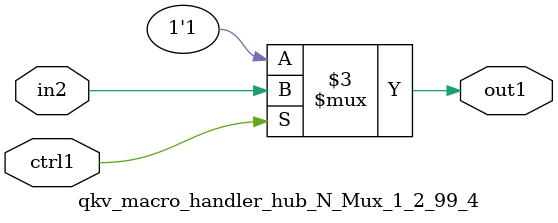
<source format=v>

`timescale 1ps / 1ps


module qkv_macro_handler_hub_N_Mux_1_2_99_4( in2, ctrl1, out1 );

    input in2;
    input ctrl1;
    output out1;
    reg out1;

    
    // rtl_process:qkv_macro_handler_hub_N_Mux_1_2_99_4/qkv_macro_handler_hub_N_Mux_1_2_99_4_thread_1
    always @*
      begin : qkv_macro_handler_hub_N_Mux_1_2_99_4_thread_1
        case (ctrl1) 
          1'b1: 
            begin
              out1 = in2;
            end
          default: 
            begin
              out1 = 1'b1;
            end
        endcase
      end

endmodule



</source>
